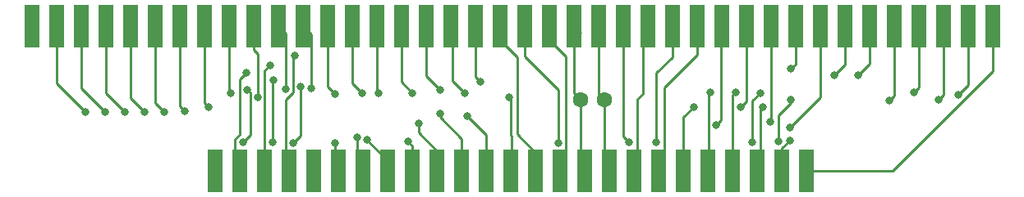
<source format=gtl>
G04 #@! TF.GenerationSoftware,KiCad,Pcbnew,8.0.3*
G04 #@! TF.CreationDate,2024-06-22T11:38:29+02:00*
G04 #@! TF.ProjectId,z502rc2014,7a353032-7263-4323-9031-342e6b696361,rev?*
G04 #@! TF.SameCoordinates,Original*
G04 #@! TF.FileFunction,Copper,L1,Top*
G04 #@! TF.FilePolarity,Positive*
%FSLAX46Y46*%
G04 Gerber Fmt 4.6, Leading zero omitted, Abs format (unit mm)*
G04 Created by KiCad (PCBNEW 8.0.3) date 2024-06-22 11:38:29*
%MOMM*%
%LPD*%
G01*
G04 APERTURE LIST*
G04 #@! TA.AperFunction,ComponentPad*
%ADD10C,1.600000*%
G04 #@! TD*
G04 #@! TA.AperFunction,ConnectorPad*
%ADD11R,1.524000X4.500000*%
G04 #@! TD*
G04 #@! TA.AperFunction,ViaPad*
%ADD12C,0.800000*%
G04 #@! TD*
G04 #@! TA.AperFunction,Conductor*
%ADD13C,0.250000*%
G04 #@! TD*
G04 APERTURE END LIST*
D10*
X215138000Y-104140000D03*
X217638000Y-104140000D03*
D11*
X238500000Y-111500000D03*
X235960000Y-111500000D03*
X233420000Y-111500000D03*
X230880000Y-111500000D03*
X228340000Y-111500000D03*
X225800000Y-111500000D03*
X223260000Y-111500000D03*
X220720000Y-111500000D03*
X218180000Y-111500000D03*
X215640000Y-111500000D03*
X213100000Y-111500000D03*
X210560000Y-111500000D03*
X208020000Y-111500000D03*
X205480000Y-111500000D03*
X202940000Y-111500000D03*
X200400000Y-111500000D03*
X197860000Y-111500000D03*
X195320000Y-111500000D03*
X192780000Y-111500000D03*
X190240000Y-111500000D03*
X187700000Y-111500000D03*
X185160000Y-111500000D03*
X182620000Y-111500000D03*
X180080000Y-111500000D03*
X177540000Y-111500000D03*
X158598000Y-96520000D03*
X161138000Y-96520000D03*
X163678000Y-96520000D03*
X166218000Y-96520000D03*
X168758000Y-96520000D03*
X171298000Y-96520000D03*
X173838000Y-96520000D03*
X176378000Y-96520000D03*
X178918000Y-96520000D03*
X181458000Y-96520000D03*
X183998000Y-96520000D03*
X186538000Y-96520000D03*
X189078000Y-96520000D03*
X191618000Y-96520000D03*
X194158000Y-96520000D03*
X196698000Y-96520000D03*
X199238000Y-96520000D03*
X201778000Y-96520000D03*
X204318000Y-96520000D03*
X206858000Y-96520000D03*
X209398000Y-96520000D03*
X211938000Y-96520000D03*
X214478000Y-96520000D03*
X217018000Y-96520000D03*
X219558000Y-96520000D03*
X222098000Y-96520000D03*
X224638000Y-96520000D03*
X227178000Y-96520000D03*
X229718000Y-96520000D03*
X232258000Y-96520000D03*
X234798000Y-96520000D03*
X237338000Y-96520000D03*
X239878000Y-96520000D03*
X242418000Y-96520000D03*
X244958000Y-96520000D03*
X247498000Y-96520000D03*
X250038000Y-96520000D03*
X252578000Y-96520000D03*
X255118000Y-96520000D03*
X257658000Y-96520000D03*
D12*
X183388000Y-108599000D03*
X183555238Y-102127493D03*
X212902000Y-108649998D03*
X193142839Y-108305854D03*
X174373077Y-105375000D03*
X176784141Y-104925000D03*
X236855000Y-104140000D03*
X249555000Y-103365000D03*
X235615155Y-108441917D03*
X180713851Y-101338851D03*
X241300000Y-101600000D03*
X231140000Y-103378000D03*
X194342393Y-103495000D03*
X203529658Y-105825674D03*
X243780486Y-101645548D03*
X233680000Y-103505000D03*
X232905000Y-108585000D03*
X192652500Y-103495010D03*
X200660000Y-105610000D03*
X189865000Y-103553007D03*
X231647996Y-104902004D03*
X226822000Y-104902000D03*
X204851025Y-102314997D03*
X197822284Y-103445000D03*
X247015000Y-104256623D03*
X233934000Y-104902000D03*
X220205000Y-108585000D03*
X189857512Y-108645000D03*
X166116000Y-105410000D03*
X200660000Y-103160000D03*
X236855000Y-100964996D03*
X228586600Y-103367064D03*
X229121000Y-106758531D03*
X183134000Y-100583996D03*
X184778012Y-103096751D03*
X198499456Y-106578862D03*
X168148000Y-105410000D03*
X180340000Y-108585000D03*
X180831252Y-103124000D03*
X234760078Y-106490078D03*
X179070000Y-103505000D03*
X197358000Y-108458000D03*
X254119992Y-103624992D03*
X236773491Y-108379597D03*
X252095000Y-104140000D03*
X181880212Y-103899000D03*
X222999000Y-108585000D03*
X164084000Y-105410000D03*
X185674000Y-99568000D03*
X187411992Y-103010000D03*
X207852502Y-103932498D03*
X203200000Y-103505000D03*
X236794814Y-107000814D03*
X172212000Y-105410000D03*
X192129843Y-108029548D03*
X170180000Y-105410000D03*
X185568508Y-108626492D03*
X186328012Y-102828358D03*
D13*
X234798000Y-106452156D02*
X234760078Y-106490078D01*
X234798000Y-96520000D02*
X234798000Y-106452156D01*
X236855000Y-104521000D02*
X235615155Y-105760845D01*
X235615155Y-105760845D02*
X235615155Y-108441917D01*
X236855000Y-104140000D02*
X236855000Y-104521000D01*
X235960000Y-109193088D02*
X235960000Y-111500000D01*
X236773491Y-108379597D02*
X235960000Y-109193088D01*
X233680000Y-105156000D02*
X233934000Y-104902000D01*
X233680000Y-111240000D02*
X233680000Y-105156000D01*
X233420000Y-111500000D02*
X233680000Y-111240000D01*
X232905000Y-104280000D02*
X233680000Y-103505000D01*
X232905000Y-108585000D02*
X232905000Y-104280000D01*
X232258000Y-104292000D02*
X231647996Y-104902004D01*
X232258000Y-96520000D02*
X232258000Y-104292000D01*
X230880000Y-111500000D02*
X230880000Y-103638000D01*
X230880000Y-103638000D02*
X231140000Y-103378000D01*
X229618419Y-106261112D02*
X229121000Y-106758531D01*
X229718000Y-96520000D02*
X229618419Y-96619581D01*
X229618419Y-96619581D02*
X229618419Y-106261112D01*
X225800000Y-105924000D02*
X226822000Y-104902000D01*
X225800000Y-111500000D02*
X225800000Y-105924000D01*
X228346000Y-103607664D02*
X228586600Y-103367064D01*
X228346000Y-111494000D02*
X228346000Y-103607664D01*
X228340000Y-111500000D02*
X228346000Y-111494000D01*
X197860000Y-108960000D02*
X197358000Y-108458000D01*
X197860000Y-111500000D02*
X197860000Y-108960000D01*
X183388000Y-102294731D02*
X183388000Y-108599000D01*
X183555238Y-102127493D02*
X183388000Y-102294731D01*
X181458000Y-96520000D02*
X181458000Y-99020000D01*
X181102000Y-107823000D02*
X181102000Y-103394748D01*
X180340000Y-108585000D02*
X181102000Y-107823000D01*
X181880212Y-99442212D02*
X181880212Y-103899000D01*
X181102000Y-103394748D02*
X180831252Y-103124000D01*
X181458000Y-99020000D02*
X181880212Y-99442212D01*
X182620000Y-101097996D02*
X183134000Y-100583996D01*
X185568508Y-108626492D02*
X186333970Y-107861030D01*
X182620000Y-111500000D02*
X182620000Y-101097996D01*
X185553012Y-99688988D02*
X185674000Y-99568000D01*
X185553012Y-103417767D02*
X185553012Y-99688988D01*
X184793508Y-111133508D02*
X184793508Y-104177271D01*
X185160000Y-111500000D02*
X184793508Y-111133508D01*
X186333970Y-102834316D02*
X186328012Y-102828358D01*
X183998000Y-96520000D02*
X184778012Y-97300012D01*
X184778012Y-97300012D02*
X184778012Y-103096751D01*
X186333970Y-107861030D02*
X186333970Y-102834316D01*
X184793508Y-104177271D02*
X185553012Y-103417767D01*
X186538000Y-96520000D02*
X187411992Y-97393992D01*
X187411992Y-97393992D02*
X187411992Y-103010000D01*
X200660000Y-105918000D02*
X200660000Y-105610000D01*
X202940000Y-108198000D02*
X200660000Y-105918000D01*
X202940000Y-111500000D02*
X202940000Y-108198000D01*
X208020000Y-104099996D02*
X207852502Y-103932498D01*
X208026000Y-107869984D02*
X208020000Y-107863984D01*
X208026000Y-111494000D02*
X208026000Y-107869984D01*
X208020000Y-111500000D02*
X208026000Y-111494000D01*
X208020000Y-107863984D02*
X208020000Y-104099996D01*
X205480000Y-111500000D02*
X205480000Y-107776016D01*
X205480000Y-107776016D02*
X203529658Y-105825674D01*
X222999000Y-101359000D02*
X222999000Y-108585000D01*
X224638000Y-96520000D02*
X224638000Y-99720000D01*
X224638000Y-99720000D02*
X222999000Y-101359000D01*
X223774000Y-110986000D02*
X223260000Y-111500000D01*
X223774000Y-102870000D02*
X223774000Y-110986000D01*
X227178000Y-99466000D02*
X223774000Y-102870000D01*
X227178000Y-96520000D02*
X227178000Y-99466000D01*
X217638000Y-110958000D02*
X218180000Y-111500000D01*
X217638000Y-104140000D02*
X217638000Y-110958000D01*
X217018000Y-103520000D02*
X217638000Y-104140000D01*
X217018000Y-96520000D02*
X217018000Y-103520000D01*
X215138000Y-110998000D02*
X215640000Y-111500000D01*
X215138000Y-104140000D02*
X215138000Y-110998000D01*
X214478000Y-103480000D02*
X215138000Y-104140000D01*
X214478000Y-96520000D02*
X214478000Y-103480000D01*
X209398000Y-99670000D02*
X209398000Y-96520000D01*
X212902000Y-103174000D02*
X209398000Y-99670000D01*
X212902000Y-108649998D02*
X212902000Y-103174000D01*
X213627000Y-110973000D02*
X213100000Y-111500000D01*
X213627000Y-99697000D02*
X213627000Y-110973000D01*
X211938000Y-98008000D02*
X213627000Y-99697000D01*
X211938000Y-96520000D02*
X211938000Y-98008000D01*
X210560000Y-109669000D02*
X210560000Y-111500000D01*
X208623000Y-99773000D02*
X208623000Y-107732000D01*
X206858000Y-96520000D02*
X206858000Y-98008000D01*
X206858000Y-98008000D02*
X208623000Y-99773000D01*
X208623000Y-107732000D02*
X210560000Y-109669000D01*
X214478000Y-96520000D02*
X215138000Y-97180000D01*
X239878000Y-96520000D02*
X239878000Y-103917628D01*
X239878000Y-103917628D02*
X236794814Y-107000814D01*
X195320000Y-110483015D02*
X193142839Y-108305854D01*
X195320000Y-111500000D02*
X195320000Y-110483015D01*
X173838000Y-96520000D02*
X173838000Y-104839923D01*
X173838000Y-104839923D02*
X174373077Y-105375000D01*
X176378000Y-96520000D02*
X176378000Y-104518859D01*
X176378000Y-104518859D02*
X176784141Y-104925000D01*
X250038000Y-102882000D02*
X249555000Y-103365000D01*
X250038000Y-96520000D02*
X250038000Y-102882000D01*
X179565000Y-108263984D02*
X180032633Y-107796351D01*
X179565000Y-110985000D02*
X179565000Y-108263984D01*
X180032633Y-107796351D02*
X180032633Y-102020069D01*
X180080000Y-111500000D02*
X179565000Y-110985000D01*
X180032633Y-102020069D02*
X180713851Y-101338851D01*
X242418000Y-96520000D02*
X242418000Y-100482000D01*
X242418000Y-100482000D02*
X241300000Y-101600000D01*
X194158000Y-103310607D02*
X194342393Y-103495000D01*
X194158000Y-96520000D02*
X194158000Y-103310607D01*
X244958000Y-96520000D02*
X244958000Y-100468034D01*
X244958000Y-100468034D02*
X243780486Y-101645548D01*
X191618000Y-96520000D02*
X191618000Y-102460510D01*
X191618000Y-102460510D02*
X192652500Y-103495010D01*
X189078000Y-96520000D02*
X189078000Y-102766007D01*
X189078000Y-102766007D02*
X189865000Y-103553007D01*
X204318000Y-101781972D02*
X204851025Y-102314997D01*
X204318000Y-96520000D02*
X204318000Y-101781972D01*
X196698000Y-102320716D02*
X196698000Y-96520000D01*
X197822284Y-103445000D02*
X196698000Y-102320716D01*
X247498000Y-103773623D02*
X247015000Y-104256623D01*
X247498000Y-96520000D02*
X247498000Y-103773623D01*
X219558000Y-96520000D02*
X219558000Y-107938000D01*
X219558000Y-107938000D02*
X220205000Y-108585000D01*
X163678000Y-102972000D02*
X166116000Y-105410000D01*
X163678000Y-96520000D02*
X163678000Y-102972000D01*
X189857512Y-111117512D02*
X189857512Y-108645000D01*
X190240000Y-111500000D02*
X189857512Y-111117512D01*
X199238000Y-96520000D02*
X199238000Y-101738000D01*
X199238000Y-101738000D02*
X200660000Y-103160000D01*
X247341000Y-111500000D02*
X238500000Y-111500000D01*
X257658000Y-96520000D02*
X257658000Y-101183000D01*
X257658000Y-101183000D02*
X247341000Y-111500000D01*
X237338000Y-96520000D02*
X237720745Y-96902745D01*
X237338000Y-100481996D02*
X236855000Y-100964996D01*
X237338000Y-96520000D02*
X237338000Y-100481996D01*
X198499456Y-107585456D02*
X198499456Y-106578862D01*
X200400000Y-109486000D02*
X198499456Y-107585456D01*
X200400000Y-111500000D02*
X200400000Y-109486000D01*
X166218000Y-96520000D02*
X166218000Y-103480000D01*
X166218000Y-103480000D02*
X168148000Y-105410000D01*
X178918000Y-103353000D02*
X179070000Y-103505000D01*
X178918000Y-96520000D02*
X178918000Y-103353000D01*
X255118000Y-96520000D02*
X255118000Y-102626984D01*
X255118000Y-102626984D02*
X254119992Y-103624992D01*
X252578000Y-96520000D02*
X252578000Y-103657000D01*
X252578000Y-103657000D02*
X252095000Y-104140000D01*
X221615000Y-97003000D02*
X221615000Y-103505000D01*
X221615000Y-103505000D02*
X220980000Y-104140000D01*
X222098000Y-96520000D02*
X221615000Y-97003000D01*
X220980000Y-104140000D02*
X220980000Y-111240000D01*
X220980000Y-111240000D02*
X220720000Y-111500000D01*
X164084000Y-105410000D02*
X161138000Y-102464000D01*
X161138000Y-102464000D02*
X161138000Y-96520000D01*
X223260000Y-111500000D02*
X222885000Y-111125000D01*
X201778000Y-96520000D02*
X201930000Y-96672000D01*
X201930000Y-96672000D02*
X201930000Y-102235000D01*
X201930000Y-102235000D02*
X203200000Y-103505000D01*
X192129843Y-110849843D02*
X192129843Y-108029548D01*
X171298000Y-104496000D02*
X172212000Y-105410000D01*
X171298000Y-96520000D02*
X171298000Y-104496000D01*
X192780000Y-111500000D02*
X192129843Y-110849843D01*
X168758000Y-103988000D02*
X170180000Y-105410000D01*
X168758000Y-96520000D02*
X168758000Y-103988000D01*
M02*

</source>
